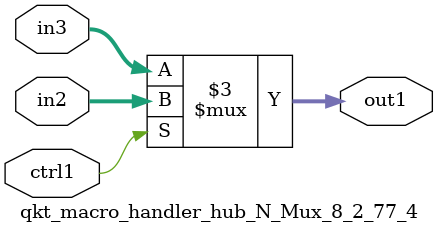
<source format=v>

`timescale 1ps / 1ps


module qkt_macro_handler_hub_N_Mux_8_2_77_4( in3, in2, ctrl1, out1 );

    input [7:0] in3;
    input [7:0] in2;
    input ctrl1;
    output [7:0] out1;
    reg [7:0] out1;

    
    // rtl_process:qkt_macro_handler_hub_N_Mux_8_2_77_4/qkt_macro_handler_hub_N_Mux_8_2_77_4_thread_1
    always @*
      begin : qkt_macro_handler_hub_N_Mux_8_2_77_4_thread_1
        case (ctrl1) 
          1'b1: 
            begin
              out1 = in2;
            end
          default: 
            begin
              out1 = in3;
            end
        endcase
      end

endmodule



</source>
